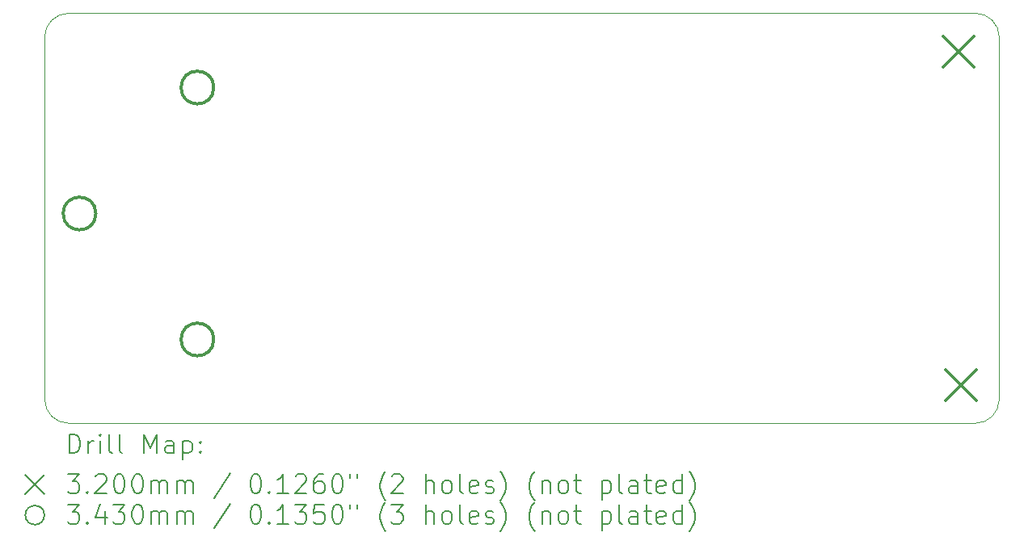
<source format=gbr>
%TF.GenerationSoftware,KiCad,Pcbnew,9.0.0*%
%TF.CreationDate,2025-04-17T12:04:56-07:00*%
%TF.ProjectId,BSPD,42535044-2e6b-4696-9361-645f70636258,rev?*%
%TF.SameCoordinates,Original*%
%TF.FileFunction,Drillmap*%
%TF.FilePolarity,Positive*%
%FSLAX45Y45*%
G04 Gerber Fmt 4.5, Leading zero omitted, Abs format (unit mm)*
G04 Created by KiCad (PCBNEW 9.0.0) date 2025-04-17 12:04:56*
%MOMM*%
%LPD*%
G01*
G04 APERTURE LIST*
%ADD10C,0.050000*%
%ADD11C,0.200000*%
%ADD12C,0.320000*%
%ADD13C,0.343000*%
G04 APERTURE END LIST*
D10*
X13650000Y-13200000D02*
X4150000Y-13200000D01*
X13900000Y-12950000D02*
G75*
G02*
X13650000Y-13200000I-250000J0D01*
G01*
X4150000Y-13200000D02*
G75*
G02*
X3900000Y-12950000I0J250000D01*
G01*
X4150000Y-8900000D02*
X13650000Y-8900000D01*
X13900000Y-9150000D02*
X13900000Y-12950000D01*
X3900000Y-12950000D02*
X3900000Y-9150000D01*
X3900000Y-9150000D02*
G75*
G02*
X4150000Y-8900000I250000J0D01*
G01*
X13650000Y-8900000D02*
G75*
G02*
X13900000Y-9150000I0J-250000D01*
G01*
D11*
D12*
X13315000Y-9140000D02*
X13635000Y-9460000D01*
X13635000Y-9140000D02*
X13315000Y-9460000D01*
X13340000Y-12640000D02*
X13660000Y-12960000D01*
X13660000Y-12640000D02*
X13340000Y-12960000D01*
D13*
X4436500Y-11000000D02*
G75*
G02*
X4093500Y-11000000I-171500J0D01*
G01*
X4093500Y-11000000D02*
G75*
G02*
X4436500Y-11000000I171500J0D01*
G01*
X5671500Y-9679000D02*
G75*
G02*
X5328500Y-9679000I-171500J0D01*
G01*
X5328500Y-9679000D02*
G75*
G02*
X5671500Y-9679000I171500J0D01*
G01*
X5671500Y-12321000D02*
G75*
G02*
X5328500Y-12321000I-171500J0D01*
G01*
X5328500Y-12321000D02*
G75*
G02*
X5671500Y-12321000I171500J0D01*
G01*
D11*
X4158277Y-13513984D02*
X4158277Y-13313984D01*
X4158277Y-13313984D02*
X4205896Y-13313984D01*
X4205896Y-13313984D02*
X4234467Y-13323508D01*
X4234467Y-13323508D02*
X4253515Y-13342555D01*
X4253515Y-13342555D02*
X4263039Y-13361603D01*
X4263039Y-13361603D02*
X4272563Y-13399698D01*
X4272563Y-13399698D02*
X4272563Y-13428269D01*
X4272563Y-13428269D02*
X4263039Y-13466365D01*
X4263039Y-13466365D02*
X4253515Y-13485412D01*
X4253515Y-13485412D02*
X4234467Y-13504460D01*
X4234467Y-13504460D02*
X4205896Y-13513984D01*
X4205896Y-13513984D02*
X4158277Y-13513984D01*
X4358277Y-13513984D02*
X4358277Y-13380650D01*
X4358277Y-13418746D02*
X4367801Y-13399698D01*
X4367801Y-13399698D02*
X4377324Y-13390174D01*
X4377324Y-13390174D02*
X4396372Y-13380650D01*
X4396372Y-13380650D02*
X4415420Y-13380650D01*
X4482086Y-13513984D02*
X4482086Y-13380650D01*
X4482086Y-13313984D02*
X4472563Y-13323508D01*
X4472563Y-13323508D02*
X4482086Y-13333031D01*
X4482086Y-13333031D02*
X4491610Y-13323508D01*
X4491610Y-13323508D02*
X4482086Y-13313984D01*
X4482086Y-13313984D02*
X4482086Y-13333031D01*
X4605896Y-13513984D02*
X4586848Y-13504460D01*
X4586848Y-13504460D02*
X4577324Y-13485412D01*
X4577324Y-13485412D02*
X4577324Y-13313984D01*
X4710658Y-13513984D02*
X4691610Y-13504460D01*
X4691610Y-13504460D02*
X4682086Y-13485412D01*
X4682086Y-13485412D02*
X4682086Y-13313984D01*
X4939229Y-13513984D02*
X4939229Y-13313984D01*
X4939229Y-13313984D02*
X5005896Y-13456841D01*
X5005896Y-13456841D02*
X5072563Y-13313984D01*
X5072563Y-13313984D02*
X5072563Y-13513984D01*
X5253515Y-13513984D02*
X5253515Y-13409222D01*
X5253515Y-13409222D02*
X5243991Y-13390174D01*
X5243991Y-13390174D02*
X5224944Y-13380650D01*
X5224944Y-13380650D02*
X5186848Y-13380650D01*
X5186848Y-13380650D02*
X5167801Y-13390174D01*
X5253515Y-13504460D02*
X5234467Y-13513984D01*
X5234467Y-13513984D02*
X5186848Y-13513984D01*
X5186848Y-13513984D02*
X5167801Y-13504460D01*
X5167801Y-13504460D02*
X5158277Y-13485412D01*
X5158277Y-13485412D02*
X5158277Y-13466365D01*
X5158277Y-13466365D02*
X5167801Y-13447317D01*
X5167801Y-13447317D02*
X5186848Y-13437793D01*
X5186848Y-13437793D02*
X5234467Y-13437793D01*
X5234467Y-13437793D02*
X5253515Y-13428269D01*
X5348753Y-13380650D02*
X5348753Y-13580650D01*
X5348753Y-13390174D02*
X5367801Y-13380650D01*
X5367801Y-13380650D02*
X5405896Y-13380650D01*
X5405896Y-13380650D02*
X5424944Y-13390174D01*
X5424944Y-13390174D02*
X5434467Y-13399698D01*
X5434467Y-13399698D02*
X5443991Y-13418746D01*
X5443991Y-13418746D02*
X5443991Y-13475888D01*
X5443991Y-13475888D02*
X5434467Y-13494936D01*
X5434467Y-13494936D02*
X5424944Y-13504460D01*
X5424944Y-13504460D02*
X5405896Y-13513984D01*
X5405896Y-13513984D02*
X5367801Y-13513984D01*
X5367801Y-13513984D02*
X5348753Y-13504460D01*
X5529705Y-13494936D02*
X5539229Y-13504460D01*
X5539229Y-13504460D02*
X5529705Y-13513984D01*
X5529705Y-13513984D02*
X5520182Y-13504460D01*
X5520182Y-13504460D02*
X5529705Y-13494936D01*
X5529705Y-13494936D02*
X5529705Y-13513984D01*
X5529705Y-13390174D02*
X5539229Y-13399698D01*
X5539229Y-13399698D02*
X5529705Y-13409222D01*
X5529705Y-13409222D02*
X5520182Y-13399698D01*
X5520182Y-13399698D02*
X5529705Y-13390174D01*
X5529705Y-13390174D02*
X5529705Y-13409222D01*
X3697500Y-13742500D02*
X3897500Y-13942500D01*
X3897500Y-13742500D02*
X3697500Y-13942500D01*
X4139229Y-13733984D02*
X4263039Y-13733984D01*
X4263039Y-13733984D02*
X4196372Y-13810174D01*
X4196372Y-13810174D02*
X4224944Y-13810174D01*
X4224944Y-13810174D02*
X4243991Y-13819698D01*
X4243991Y-13819698D02*
X4253515Y-13829222D01*
X4253515Y-13829222D02*
X4263039Y-13848269D01*
X4263039Y-13848269D02*
X4263039Y-13895888D01*
X4263039Y-13895888D02*
X4253515Y-13914936D01*
X4253515Y-13914936D02*
X4243991Y-13924460D01*
X4243991Y-13924460D02*
X4224944Y-13933984D01*
X4224944Y-13933984D02*
X4167801Y-13933984D01*
X4167801Y-13933984D02*
X4148753Y-13924460D01*
X4148753Y-13924460D02*
X4139229Y-13914936D01*
X4348753Y-13914936D02*
X4358277Y-13924460D01*
X4358277Y-13924460D02*
X4348753Y-13933984D01*
X4348753Y-13933984D02*
X4339229Y-13924460D01*
X4339229Y-13924460D02*
X4348753Y-13914936D01*
X4348753Y-13914936D02*
X4348753Y-13933984D01*
X4434467Y-13753031D02*
X4443991Y-13743508D01*
X4443991Y-13743508D02*
X4463039Y-13733984D01*
X4463039Y-13733984D02*
X4510658Y-13733984D01*
X4510658Y-13733984D02*
X4529705Y-13743508D01*
X4529705Y-13743508D02*
X4539229Y-13753031D01*
X4539229Y-13753031D02*
X4548753Y-13772079D01*
X4548753Y-13772079D02*
X4548753Y-13791127D01*
X4548753Y-13791127D02*
X4539229Y-13819698D01*
X4539229Y-13819698D02*
X4424944Y-13933984D01*
X4424944Y-13933984D02*
X4548753Y-13933984D01*
X4672563Y-13733984D02*
X4691610Y-13733984D01*
X4691610Y-13733984D02*
X4710658Y-13743508D01*
X4710658Y-13743508D02*
X4720182Y-13753031D01*
X4720182Y-13753031D02*
X4729705Y-13772079D01*
X4729705Y-13772079D02*
X4739229Y-13810174D01*
X4739229Y-13810174D02*
X4739229Y-13857793D01*
X4739229Y-13857793D02*
X4729705Y-13895888D01*
X4729705Y-13895888D02*
X4720182Y-13914936D01*
X4720182Y-13914936D02*
X4710658Y-13924460D01*
X4710658Y-13924460D02*
X4691610Y-13933984D01*
X4691610Y-13933984D02*
X4672563Y-13933984D01*
X4672563Y-13933984D02*
X4653515Y-13924460D01*
X4653515Y-13924460D02*
X4643991Y-13914936D01*
X4643991Y-13914936D02*
X4634467Y-13895888D01*
X4634467Y-13895888D02*
X4624944Y-13857793D01*
X4624944Y-13857793D02*
X4624944Y-13810174D01*
X4624944Y-13810174D02*
X4634467Y-13772079D01*
X4634467Y-13772079D02*
X4643991Y-13753031D01*
X4643991Y-13753031D02*
X4653515Y-13743508D01*
X4653515Y-13743508D02*
X4672563Y-13733984D01*
X4863039Y-13733984D02*
X4882086Y-13733984D01*
X4882086Y-13733984D02*
X4901134Y-13743508D01*
X4901134Y-13743508D02*
X4910658Y-13753031D01*
X4910658Y-13753031D02*
X4920182Y-13772079D01*
X4920182Y-13772079D02*
X4929705Y-13810174D01*
X4929705Y-13810174D02*
X4929705Y-13857793D01*
X4929705Y-13857793D02*
X4920182Y-13895888D01*
X4920182Y-13895888D02*
X4910658Y-13914936D01*
X4910658Y-13914936D02*
X4901134Y-13924460D01*
X4901134Y-13924460D02*
X4882086Y-13933984D01*
X4882086Y-13933984D02*
X4863039Y-13933984D01*
X4863039Y-13933984D02*
X4843991Y-13924460D01*
X4843991Y-13924460D02*
X4834467Y-13914936D01*
X4834467Y-13914936D02*
X4824944Y-13895888D01*
X4824944Y-13895888D02*
X4815420Y-13857793D01*
X4815420Y-13857793D02*
X4815420Y-13810174D01*
X4815420Y-13810174D02*
X4824944Y-13772079D01*
X4824944Y-13772079D02*
X4834467Y-13753031D01*
X4834467Y-13753031D02*
X4843991Y-13743508D01*
X4843991Y-13743508D02*
X4863039Y-13733984D01*
X5015420Y-13933984D02*
X5015420Y-13800650D01*
X5015420Y-13819698D02*
X5024944Y-13810174D01*
X5024944Y-13810174D02*
X5043991Y-13800650D01*
X5043991Y-13800650D02*
X5072563Y-13800650D01*
X5072563Y-13800650D02*
X5091610Y-13810174D01*
X5091610Y-13810174D02*
X5101134Y-13829222D01*
X5101134Y-13829222D02*
X5101134Y-13933984D01*
X5101134Y-13829222D02*
X5110658Y-13810174D01*
X5110658Y-13810174D02*
X5129705Y-13800650D01*
X5129705Y-13800650D02*
X5158277Y-13800650D01*
X5158277Y-13800650D02*
X5177325Y-13810174D01*
X5177325Y-13810174D02*
X5186848Y-13829222D01*
X5186848Y-13829222D02*
X5186848Y-13933984D01*
X5282086Y-13933984D02*
X5282086Y-13800650D01*
X5282086Y-13819698D02*
X5291610Y-13810174D01*
X5291610Y-13810174D02*
X5310658Y-13800650D01*
X5310658Y-13800650D02*
X5339229Y-13800650D01*
X5339229Y-13800650D02*
X5358277Y-13810174D01*
X5358277Y-13810174D02*
X5367801Y-13829222D01*
X5367801Y-13829222D02*
X5367801Y-13933984D01*
X5367801Y-13829222D02*
X5377325Y-13810174D01*
X5377325Y-13810174D02*
X5396372Y-13800650D01*
X5396372Y-13800650D02*
X5424944Y-13800650D01*
X5424944Y-13800650D02*
X5443991Y-13810174D01*
X5443991Y-13810174D02*
X5453515Y-13829222D01*
X5453515Y-13829222D02*
X5453515Y-13933984D01*
X5843991Y-13724460D02*
X5672563Y-13981603D01*
X6101134Y-13733984D02*
X6120182Y-13733984D01*
X6120182Y-13733984D02*
X6139229Y-13743508D01*
X6139229Y-13743508D02*
X6148753Y-13753031D01*
X6148753Y-13753031D02*
X6158277Y-13772079D01*
X6158277Y-13772079D02*
X6167801Y-13810174D01*
X6167801Y-13810174D02*
X6167801Y-13857793D01*
X6167801Y-13857793D02*
X6158277Y-13895888D01*
X6158277Y-13895888D02*
X6148753Y-13914936D01*
X6148753Y-13914936D02*
X6139229Y-13924460D01*
X6139229Y-13924460D02*
X6120182Y-13933984D01*
X6120182Y-13933984D02*
X6101134Y-13933984D01*
X6101134Y-13933984D02*
X6082086Y-13924460D01*
X6082086Y-13924460D02*
X6072563Y-13914936D01*
X6072563Y-13914936D02*
X6063039Y-13895888D01*
X6063039Y-13895888D02*
X6053515Y-13857793D01*
X6053515Y-13857793D02*
X6053515Y-13810174D01*
X6053515Y-13810174D02*
X6063039Y-13772079D01*
X6063039Y-13772079D02*
X6072563Y-13753031D01*
X6072563Y-13753031D02*
X6082086Y-13743508D01*
X6082086Y-13743508D02*
X6101134Y-13733984D01*
X6253515Y-13914936D02*
X6263039Y-13924460D01*
X6263039Y-13924460D02*
X6253515Y-13933984D01*
X6253515Y-13933984D02*
X6243991Y-13924460D01*
X6243991Y-13924460D02*
X6253515Y-13914936D01*
X6253515Y-13914936D02*
X6253515Y-13933984D01*
X6453515Y-13933984D02*
X6339229Y-13933984D01*
X6396372Y-13933984D02*
X6396372Y-13733984D01*
X6396372Y-13733984D02*
X6377325Y-13762555D01*
X6377325Y-13762555D02*
X6358277Y-13781603D01*
X6358277Y-13781603D02*
X6339229Y-13791127D01*
X6529706Y-13753031D02*
X6539229Y-13743508D01*
X6539229Y-13743508D02*
X6558277Y-13733984D01*
X6558277Y-13733984D02*
X6605896Y-13733984D01*
X6605896Y-13733984D02*
X6624944Y-13743508D01*
X6624944Y-13743508D02*
X6634467Y-13753031D01*
X6634467Y-13753031D02*
X6643991Y-13772079D01*
X6643991Y-13772079D02*
X6643991Y-13791127D01*
X6643991Y-13791127D02*
X6634467Y-13819698D01*
X6634467Y-13819698D02*
X6520182Y-13933984D01*
X6520182Y-13933984D02*
X6643991Y-13933984D01*
X6815420Y-13733984D02*
X6777325Y-13733984D01*
X6777325Y-13733984D02*
X6758277Y-13743508D01*
X6758277Y-13743508D02*
X6748753Y-13753031D01*
X6748753Y-13753031D02*
X6729706Y-13781603D01*
X6729706Y-13781603D02*
X6720182Y-13819698D01*
X6720182Y-13819698D02*
X6720182Y-13895888D01*
X6720182Y-13895888D02*
X6729706Y-13914936D01*
X6729706Y-13914936D02*
X6739229Y-13924460D01*
X6739229Y-13924460D02*
X6758277Y-13933984D01*
X6758277Y-13933984D02*
X6796372Y-13933984D01*
X6796372Y-13933984D02*
X6815420Y-13924460D01*
X6815420Y-13924460D02*
X6824944Y-13914936D01*
X6824944Y-13914936D02*
X6834467Y-13895888D01*
X6834467Y-13895888D02*
X6834467Y-13848269D01*
X6834467Y-13848269D02*
X6824944Y-13829222D01*
X6824944Y-13829222D02*
X6815420Y-13819698D01*
X6815420Y-13819698D02*
X6796372Y-13810174D01*
X6796372Y-13810174D02*
X6758277Y-13810174D01*
X6758277Y-13810174D02*
X6739229Y-13819698D01*
X6739229Y-13819698D02*
X6729706Y-13829222D01*
X6729706Y-13829222D02*
X6720182Y-13848269D01*
X6958277Y-13733984D02*
X6977325Y-13733984D01*
X6977325Y-13733984D02*
X6996372Y-13743508D01*
X6996372Y-13743508D02*
X7005896Y-13753031D01*
X7005896Y-13753031D02*
X7015420Y-13772079D01*
X7015420Y-13772079D02*
X7024944Y-13810174D01*
X7024944Y-13810174D02*
X7024944Y-13857793D01*
X7024944Y-13857793D02*
X7015420Y-13895888D01*
X7015420Y-13895888D02*
X7005896Y-13914936D01*
X7005896Y-13914936D02*
X6996372Y-13924460D01*
X6996372Y-13924460D02*
X6977325Y-13933984D01*
X6977325Y-13933984D02*
X6958277Y-13933984D01*
X6958277Y-13933984D02*
X6939229Y-13924460D01*
X6939229Y-13924460D02*
X6929706Y-13914936D01*
X6929706Y-13914936D02*
X6920182Y-13895888D01*
X6920182Y-13895888D02*
X6910658Y-13857793D01*
X6910658Y-13857793D02*
X6910658Y-13810174D01*
X6910658Y-13810174D02*
X6920182Y-13772079D01*
X6920182Y-13772079D02*
X6929706Y-13753031D01*
X6929706Y-13753031D02*
X6939229Y-13743508D01*
X6939229Y-13743508D02*
X6958277Y-13733984D01*
X7101134Y-13733984D02*
X7101134Y-13772079D01*
X7177325Y-13733984D02*
X7177325Y-13772079D01*
X7472563Y-14010174D02*
X7463039Y-14000650D01*
X7463039Y-14000650D02*
X7443991Y-13972079D01*
X7443991Y-13972079D02*
X7434468Y-13953031D01*
X7434468Y-13953031D02*
X7424944Y-13924460D01*
X7424944Y-13924460D02*
X7415420Y-13876841D01*
X7415420Y-13876841D02*
X7415420Y-13838746D01*
X7415420Y-13838746D02*
X7424944Y-13791127D01*
X7424944Y-13791127D02*
X7434468Y-13762555D01*
X7434468Y-13762555D02*
X7443991Y-13743508D01*
X7443991Y-13743508D02*
X7463039Y-13714936D01*
X7463039Y-13714936D02*
X7472563Y-13705412D01*
X7539229Y-13753031D02*
X7548753Y-13743508D01*
X7548753Y-13743508D02*
X7567801Y-13733984D01*
X7567801Y-13733984D02*
X7615420Y-13733984D01*
X7615420Y-13733984D02*
X7634468Y-13743508D01*
X7634468Y-13743508D02*
X7643991Y-13753031D01*
X7643991Y-13753031D02*
X7653515Y-13772079D01*
X7653515Y-13772079D02*
X7653515Y-13791127D01*
X7653515Y-13791127D02*
X7643991Y-13819698D01*
X7643991Y-13819698D02*
X7529706Y-13933984D01*
X7529706Y-13933984D02*
X7653515Y-13933984D01*
X7891610Y-13933984D02*
X7891610Y-13733984D01*
X7977325Y-13933984D02*
X7977325Y-13829222D01*
X7977325Y-13829222D02*
X7967801Y-13810174D01*
X7967801Y-13810174D02*
X7948753Y-13800650D01*
X7948753Y-13800650D02*
X7920182Y-13800650D01*
X7920182Y-13800650D02*
X7901134Y-13810174D01*
X7901134Y-13810174D02*
X7891610Y-13819698D01*
X8101134Y-13933984D02*
X8082087Y-13924460D01*
X8082087Y-13924460D02*
X8072563Y-13914936D01*
X8072563Y-13914936D02*
X8063039Y-13895888D01*
X8063039Y-13895888D02*
X8063039Y-13838746D01*
X8063039Y-13838746D02*
X8072563Y-13819698D01*
X8072563Y-13819698D02*
X8082087Y-13810174D01*
X8082087Y-13810174D02*
X8101134Y-13800650D01*
X8101134Y-13800650D02*
X8129706Y-13800650D01*
X8129706Y-13800650D02*
X8148753Y-13810174D01*
X8148753Y-13810174D02*
X8158277Y-13819698D01*
X8158277Y-13819698D02*
X8167801Y-13838746D01*
X8167801Y-13838746D02*
X8167801Y-13895888D01*
X8167801Y-13895888D02*
X8158277Y-13914936D01*
X8158277Y-13914936D02*
X8148753Y-13924460D01*
X8148753Y-13924460D02*
X8129706Y-13933984D01*
X8129706Y-13933984D02*
X8101134Y-13933984D01*
X8282087Y-13933984D02*
X8263039Y-13924460D01*
X8263039Y-13924460D02*
X8253515Y-13905412D01*
X8253515Y-13905412D02*
X8253515Y-13733984D01*
X8434468Y-13924460D02*
X8415420Y-13933984D01*
X8415420Y-13933984D02*
X8377325Y-13933984D01*
X8377325Y-13933984D02*
X8358277Y-13924460D01*
X8358277Y-13924460D02*
X8348753Y-13905412D01*
X8348753Y-13905412D02*
X8348753Y-13829222D01*
X8348753Y-13829222D02*
X8358277Y-13810174D01*
X8358277Y-13810174D02*
X8377325Y-13800650D01*
X8377325Y-13800650D02*
X8415420Y-13800650D01*
X8415420Y-13800650D02*
X8434468Y-13810174D01*
X8434468Y-13810174D02*
X8443992Y-13829222D01*
X8443992Y-13829222D02*
X8443992Y-13848269D01*
X8443992Y-13848269D02*
X8348753Y-13867317D01*
X8520182Y-13924460D02*
X8539230Y-13933984D01*
X8539230Y-13933984D02*
X8577325Y-13933984D01*
X8577325Y-13933984D02*
X8596373Y-13924460D01*
X8596373Y-13924460D02*
X8605896Y-13905412D01*
X8605896Y-13905412D02*
X8605896Y-13895888D01*
X8605896Y-13895888D02*
X8596373Y-13876841D01*
X8596373Y-13876841D02*
X8577325Y-13867317D01*
X8577325Y-13867317D02*
X8548753Y-13867317D01*
X8548753Y-13867317D02*
X8529706Y-13857793D01*
X8529706Y-13857793D02*
X8520182Y-13838746D01*
X8520182Y-13838746D02*
X8520182Y-13829222D01*
X8520182Y-13829222D02*
X8529706Y-13810174D01*
X8529706Y-13810174D02*
X8548753Y-13800650D01*
X8548753Y-13800650D02*
X8577325Y-13800650D01*
X8577325Y-13800650D02*
X8596373Y-13810174D01*
X8672563Y-14010174D02*
X8682087Y-14000650D01*
X8682087Y-14000650D02*
X8701134Y-13972079D01*
X8701134Y-13972079D02*
X8710658Y-13953031D01*
X8710658Y-13953031D02*
X8720182Y-13924460D01*
X8720182Y-13924460D02*
X8729706Y-13876841D01*
X8729706Y-13876841D02*
X8729706Y-13838746D01*
X8729706Y-13838746D02*
X8720182Y-13791127D01*
X8720182Y-13791127D02*
X8710658Y-13762555D01*
X8710658Y-13762555D02*
X8701134Y-13743508D01*
X8701134Y-13743508D02*
X8682087Y-13714936D01*
X8682087Y-13714936D02*
X8672563Y-13705412D01*
X9034468Y-14010174D02*
X9024944Y-14000650D01*
X9024944Y-14000650D02*
X9005896Y-13972079D01*
X9005896Y-13972079D02*
X8996373Y-13953031D01*
X8996373Y-13953031D02*
X8986849Y-13924460D01*
X8986849Y-13924460D02*
X8977325Y-13876841D01*
X8977325Y-13876841D02*
X8977325Y-13838746D01*
X8977325Y-13838746D02*
X8986849Y-13791127D01*
X8986849Y-13791127D02*
X8996373Y-13762555D01*
X8996373Y-13762555D02*
X9005896Y-13743508D01*
X9005896Y-13743508D02*
X9024944Y-13714936D01*
X9024944Y-13714936D02*
X9034468Y-13705412D01*
X9110658Y-13800650D02*
X9110658Y-13933984D01*
X9110658Y-13819698D02*
X9120182Y-13810174D01*
X9120182Y-13810174D02*
X9139230Y-13800650D01*
X9139230Y-13800650D02*
X9167801Y-13800650D01*
X9167801Y-13800650D02*
X9186849Y-13810174D01*
X9186849Y-13810174D02*
X9196373Y-13829222D01*
X9196373Y-13829222D02*
X9196373Y-13933984D01*
X9320182Y-13933984D02*
X9301134Y-13924460D01*
X9301134Y-13924460D02*
X9291611Y-13914936D01*
X9291611Y-13914936D02*
X9282087Y-13895888D01*
X9282087Y-13895888D02*
X9282087Y-13838746D01*
X9282087Y-13838746D02*
X9291611Y-13819698D01*
X9291611Y-13819698D02*
X9301134Y-13810174D01*
X9301134Y-13810174D02*
X9320182Y-13800650D01*
X9320182Y-13800650D02*
X9348754Y-13800650D01*
X9348754Y-13800650D02*
X9367801Y-13810174D01*
X9367801Y-13810174D02*
X9377325Y-13819698D01*
X9377325Y-13819698D02*
X9386849Y-13838746D01*
X9386849Y-13838746D02*
X9386849Y-13895888D01*
X9386849Y-13895888D02*
X9377325Y-13914936D01*
X9377325Y-13914936D02*
X9367801Y-13924460D01*
X9367801Y-13924460D02*
X9348754Y-13933984D01*
X9348754Y-13933984D02*
X9320182Y-13933984D01*
X9443992Y-13800650D02*
X9520182Y-13800650D01*
X9472563Y-13733984D02*
X9472563Y-13905412D01*
X9472563Y-13905412D02*
X9482087Y-13924460D01*
X9482087Y-13924460D02*
X9501134Y-13933984D01*
X9501134Y-13933984D02*
X9520182Y-13933984D01*
X9739230Y-13800650D02*
X9739230Y-14000650D01*
X9739230Y-13810174D02*
X9758277Y-13800650D01*
X9758277Y-13800650D02*
X9796373Y-13800650D01*
X9796373Y-13800650D02*
X9815420Y-13810174D01*
X9815420Y-13810174D02*
X9824944Y-13819698D01*
X9824944Y-13819698D02*
X9834468Y-13838746D01*
X9834468Y-13838746D02*
X9834468Y-13895888D01*
X9834468Y-13895888D02*
X9824944Y-13914936D01*
X9824944Y-13914936D02*
X9815420Y-13924460D01*
X9815420Y-13924460D02*
X9796373Y-13933984D01*
X9796373Y-13933984D02*
X9758277Y-13933984D01*
X9758277Y-13933984D02*
X9739230Y-13924460D01*
X9948754Y-13933984D02*
X9929706Y-13924460D01*
X9929706Y-13924460D02*
X9920182Y-13905412D01*
X9920182Y-13905412D02*
X9920182Y-13733984D01*
X10110658Y-13933984D02*
X10110658Y-13829222D01*
X10110658Y-13829222D02*
X10101135Y-13810174D01*
X10101135Y-13810174D02*
X10082087Y-13800650D01*
X10082087Y-13800650D02*
X10043992Y-13800650D01*
X10043992Y-13800650D02*
X10024944Y-13810174D01*
X10110658Y-13924460D02*
X10091611Y-13933984D01*
X10091611Y-13933984D02*
X10043992Y-13933984D01*
X10043992Y-13933984D02*
X10024944Y-13924460D01*
X10024944Y-13924460D02*
X10015420Y-13905412D01*
X10015420Y-13905412D02*
X10015420Y-13886365D01*
X10015420Y-13886365D02*
X10024944Y-13867317D01*
X10024944Y-13867317D02*
X10043992Y-13857793D01*
X10043992Y-13857793D02*
X10091611Y-13857793D01*
X10091611Y-13857793D02*
X10110658Y-13848269D01*
X10177325Y-13800650D02*
X10253515Y-13800650D01*
X10205896Y-13733984D02*
X10205896Y-13905412D01*
X10205896Y-13905412D02*
X10215420Y-13924460D01*
X10215420Y-13924460D02*
X10234468Y-13933984D01*
X10234468Y-13933984D02*
X10253515Y-13933984D01*
X10396373Y-13924460D02*
X10377325Y-13933984D01*
X10377325Y-13933984D02*
X10339230Y-13933984D01*
X10339230Y-13933984D02*
X10320182Y-13924460D01*
X10320182Y-13924460D02*
X10310658Y-13905412D01*
X10310658Y-13905412D02*
X10310658Y-13829222D01*
X10310658Y-13829222D02*
X10320182Y-13810174D01*
X10320182Y-13810174D02*
X10339230Y-13800650D01*
X10339230Y-13800650D02*
X10377325Y-13800650D01*
X10377325Y-13800650D02*
X10396373Y-13810174D01*
X10396373Y-13810174D02*
X10405896Y-13829222D01*
X10405896Y-13829222D02*
X10405896Y-13848269D01*
X10405896Y-13848269D02*
X10310658Y-13867317D01*
X10577325Y-13933984D02*
X10577325Y-13733984D01*
X10577325Y-13924460D02*
X10558277Y-13933984D01*
X10558277Y-13933984D02*
X10520182Y-13933984D01*
X10520182Y-13933984D02*
X10501135Y-13924460D01*
X10501135Y-13924460D02*
X10491611Y-13914936D01*
X10491611Y-13914936D02*
X10482087Y-13895888D01*
X10482087Y-13895888D02*
X10482087Y-13838746D01*
X10482087Y-13838746D02*
X10491611Y-13819698D01*
X10491611Y-13819698D02*
X10501135Y-13810174D01*
X10501135Y-13810174D02*
X10520182Y-13800650D01*
X10520182Y-13800650D02*
X10558277Y-13800650D01*
X10558277Y-13800650D02*
X10577325Y-13810174D01*
X10653516Y-14010174D02*
X10663039Y-14000650D01*
X10663039Y-14000650D02*
X10682087Y-13972079D01*
X10682087Y-13972079D02*
X10691611Y-13953031D01*
X10691611Y-13953031D02*
X10701135Y-13924460D01*
X10701135Y-13924460D02*
X10710658Y-13876841D01*
X10710658Y-13876841D02*
X10710658Y-13838746D01*
X10710658Y-13838746D02*
X10701135Y-13791127D01*
X10701135Y-13791127D02*
X10691611Y-13762555D01*
X10691611Y-13762555D02*
X10682087Y-13743508D01*
X10682087Y-13743508D02*
X10663039Y-13714936D01*
X10663039Y-13714936D02*
X10653516Y-13705412D01*
X3897500Y-14162500D02*
G75*
G02*
X3697500Y-14162500I-100000J0D01*
G01*
X3697500Y-14162500D02*
G75*
G02*
X3897500Y-14162500I100000J0D01*
G01*
X4139229Y-14053984D02*
X4263039Y-14053984D01*
X4263039Y-14053984D02*
X4196372Y-14130174D01*
X4196372Y-14130174D02*
X4224944Y-14130174D01*
X4224944Y-14130174D02*
X4243991Y-14139698D01*
X4243991Y-14139698D02*
X4253515Y-14149222D01*
X4253515Y-14149222D02*
X4263039Y-14168269D01*
X4263039Y-14168269D02*
X4263039Y-14215888D01*
X4263039Y-14215888D02*
X4253515Y-14234936D01*
X4253515Y-14234936D02*
X4243991Y-14244460D01*
X4243991Y-14244460D02*
X4224944Y-14253984D01*
X4224944Y-14253984D02*
X4167801Y-14253984D01*
X4167801Y-14253984D02*
X4148753Y-14244460D01*
X4148753Y-14244460D02*
X4139229Y-14234936D01*
X4348753Y-14234936D02*
X4358277Y-14244460D01*
X4358277Y-14244460D02*
X4348753Y-14253984D01*
X4348753Y-14253984D02*
X4339229Y-14244460D01*
X4339229Y-14244460D02*
X4348753Y-14234936D01*
X4348753Y-14234936D02*
X4348753Y-14253984D01*
X4529705Y-14120650D02*
X4529705Y-14253984D01*
X4482086Y-14044460D02*
X4434467Y-14187317D01*
X4434467Y-14187317D02*
X4558277Y-14187317D01*
X4615420Y-14053984D02*
X4739229Y-14053984D01*
X4739229Y-14053984D02*
X4672563Y-14130174D01*
X4672563Y-14130174D02*
X4701134Y-14130174D01*
X4701134Y-14130174D02*
X4720182Y-14139698D01*
X4720182Y-14139698D02*
X4729705Y-14149222D01*
X4729705Y-14149222D02*
X4739229Y-14168269D01*
X4739229Y-14168269D02*
X4739229Y-14215888D01*
X4739229Y-14215888D02*
X4729705Y-14234936D01*
X4729705Y-14234936D02*
X4720182Y-14244460D01*
X4720182Y-14244460D02*
X4701134Y-14253984D01*
X4701134Y-14253984D02*
X4643991Y-14253984D01*
X4643991Y-14253984D02*
X4624944Y-14244460D01*
X4624944Y-14244460D02*
X4615420Y-14234936D01*
X4863039Y-14053984D02*
X4882086Y-14053984D01*
X4882086Y-14053984D02*
X4901134Y-14063508D01*
X4901134Y-14063508D02*
X4910658Y-14073031D01*
X4910658Y-14073031D02*
X4920182Y-14092079D01*
X4920182Y-14092079D02*
X4929705Y-14130174D01*
X4929705Y-14130174D02*
X4929705Y-14177793D01*
X4929705Y-14177793D02*
X4920182Y-14215888D01*
X4920182Y-14215888D02*
X4910658Y-14234936D01*
X4910658Y-14234936D02*
X4901134Y-14244460D01*
X4901134Y-14244460D02*
X4882086Y-14253984D01*
X4882086Y-14253984D02*
X4863039Y-14253984D01*
X4863039Y-14253984D02*
X4843991Y-14244460D01*
X4843991Y-14244460D02*
X4834467Y-14234936D01*
X4834467Y-14234936D02*
X4824944Y-14215888D01*
X4824944Y-14215888D02*
X4815420Y-14177793D01*
X4815420Y-14177793D02*
X4815420Y-14130174D01*
X4815420Y-14130174D02*
X4824944Y-14092079D01*
X4824944Y-14092079D02*
X4834467Y-14073031D01*
X4834467Y-14073031D02*
X4843991Y-14063508D01*
X4843991Y-14063508D02*
X4863039Y-14053984D01*
X5015420Y-14253984D02*
X5015420Y-14120650D01*
X5015420Y-14139698D02*
X5024944Y-14130174D01*
X5024944Y-14130174D02*
X5043991Y-14120650D01*
X5043991Y-14120650D02*
X5072563Y-14120650D01*
X5072563Y-14120650D02*
X5091610Y-14130174D01*
X5091610Y-14130174D02*
X5101134Y-14149222D01*
X5101134Y-14149222D02*
X5101134Y-14253984D01*
X5101134Y-14149222D02*
X5110658Y-14130174D01*
X5110658Y-14130174D02*
X5129705Y-14120650D01*
X5129705Y-14120650D02*
X5158277Y-14120650D01*
X5158277Y-14120650D02*
X5177325Y-14130174D01*
X5177325Y-14130174D02*
X5186848Y-14149222D01*
X5186848Y-14149222D02*
X5186848Y-14253984D01*
X5282086Y-14253984D02*
X5282086Y-14120650D01*
X5282086Y-14139698D02*
X5291610Y-14130174D01*
X5291610Y-14130174D02*
X5310658Y-14120650D01*
X5310658Y-14120650D02*
X5339229Y-14120650D01*
X5339229Y-14120650D02*
X5358277Y-14130174D01*
X5358277Y-14130174D02*
X5367801Y-14149222D01*
X5367801Y-14149222D02*
X5367801Y-14253984D01*
X5367801Y-14149222D02*
X5377325Y-14130174D01*
X5377325Y-14130174D02*
X5396372Y-14120650D01*
X5396372Y-14120650D02*
X5424944Y-14120650D01*
X5424944Y-14120650D02*
X5443991Y-14130174D01*
X5443991Y-14130174D02*
X5453515Y-14149222D01*
X5453515Y-14149222D02*
X5453515Y-14253984D01*
X5843991Y-14044460D02*
X5672563Y-14301603D01*
X6101134Y-14053984D02*
X6120182Y-14053984D01*
X6120182Y-14053984D02*
X6139229Y-14063508D01*
X6139229Y-14063508D02*
X6148753Y-14073031D01*
X6148753Y-14073031D02*
X6158277Y-14092079D01*
X6158277Y-14092079D02*
X6167801Y-14130174D01*
X6167801Y-14130174D02*
X6167801Y-14177793D01*
X6167801Y-14177793D02*
X6158277Y-14215888D01*
X6158277Y-14215888D02*
X6148753Y-14234936D01*
X6148753Y-14234936D02*
X6139229Y-14244460D01*
X6139229Y-14244460D02*
X6120182Y-14253984D01*
X6120182Y-14253984D02*
X6101134Y-14253984D01*
X6101134Y-14253984D02*
X6082086Y-14244460D01*
X6082086Y-14244460D02*
X6072563Y-14234936D01*
X6072563Y-14234936D02*
X6063039Y-14215888D01*
X6063039Y-14215888D02*
X6053515Y-14177793D01*
X6053515Y-14177793D02*
X6053515Y-14130174D01*
X6053515Y-14130174D02*
X6063039Y-14092079D01*
X6063039Y-14092079D02*
X6072563Y-14073031D01*
X6072563Y-14073031D02*
X6082086Y-14063508D01*
X6082086Y-14063508D02*
X6101134Y-14053984D01*
X6253515Y-14234936D02*
X6263039Y-14244460D01*
X6263039Y-14244460D02*
X6253515Y-14253984D01*
X6253515Y-14253984D02*
X6243991Y-14244460D01*
X6243991Y-14244460D02*
X6253515Y-14234936D01*
X6253515Y-14234936D02*
X6253515Y-14253984D01*
X6453515Y-14253984D02*
X6339229Y-14253984D01*
X6396372Y-14253984D02*
X6396372Y-14053984D01*
X6396372Y-14053984D02*
X6377325Y-14082555D01*
X6377325Y-14082555D02*
X6358277Y-14101603D01*
X6358277Y-14101603D02*
X6339229Y-14111127D01*
X6520182Y-14053984D02*
X6643991Y-14053984D01*
X6643991Y-14053984D02*
X6577325Y-14130174D01*
X6577325Y-14130174D02*
X6605896Y-14130174D01*
X6605896Y-14130174D02*
X6624944Y-14139698D01*
X6624944Y-14139698D02*
X6634467Y-14149222D01*
X6634467Y-14149222D02*
X6643991Y-14168269D01*
X6643991Y-14168269D02*
X6643991Y-14215888D01*
X6643991Y-14215888D02*
X6634467Y-14234936D01*
X6634467Y-14234936D02*
X6624944Y-14244460D01*
X6624944Y-14244460D02*
X6605896Y-14253984D01*
X6605896Y-14253984D02*
X6548753Y-14253984D01*
X6548753Y-14253984D02*
X6529706Y-14244460D01*
X6529706Y-14244460D02*
X6520182Y-14234936D01*
X6824944Y-14053984D02*
X6729706Y-14053984D01*
X6729706Y-14053984D02*
X6720182Y-14149222D01*
X6720182Y-14149222D02*
X6729706Y-14139698D01*
X6729706Y-14139698D02*
X6748753Y-14130174D01*
X6748753Y-14130174D02*
X6796372Y-14130174D01*
X6796372Y-14130174D02*
X6815420Y-14139698D01*
X6815420Y-14139698D02*
X6824944Y-14149222D01*
X6824944Y-14149222D02*
X6834467Y-14168269D01*
X6834467Y-14168269D02*
X6834467Y-14215888D01*
X6834467Y-14215888D02*
X6824944Y-14234936D01*
X6824944Y-14234936D02*
X6815420Y-14244460D01*
X6815420Y-14244460D02*
X6796372Y-14253984D01*
X6796372Y-14253984D02*
X6748753Y-14253984D01*
X6748753Y-14253984D02*
X6729706Y-14244460D01*
X6729706Y-14244460D02*
X6720182Y-14234936D01*
X6958277Y-14053984D02*
X6977325Y-14053984D01*
X6977325Y-14053984D02*
X6996372Y-14063508D01*
X6996372Y-14063508D02*
X7005896Y-14073031D01*
X7005896Y-14073031D02*
X7015420Y-14092079D01*
X7015420Y-14092079D02*
X7024944Y-14130174D01*
X7024944Y-14130174D02*
X7024944Y-14177793D01*
X7024944Y-14177793D02*
X7015420Y-14215888D01*
X7015420Y-14215888D02*
X7005896Y-14234936D01*
X7005896Y-14234936D02*
X6996372Y-14244460D01*
X6996372Y-14244460D02*
X6977325Y-14253984D01*
X6977325Y-14253984D02*
X6958277Y-14253984D01*
X6958277Y-14253984D02*
X6939229Y-14244460D01*
X6939229Y-14244460D02*
X6929706Y-14234936D01*
X6929706Y-14234936D02*
X6920182Y-14215888D01*
X6920182Y-14215888D02*
X6910658Y-14177793D01*
X6910658Y-14177793D02*
X6910658Y-14130174D01*
X6910658Y-14130174D02*
X6920182Y-14092079D01*
X6920182Y-14092079D02*
X6929706Y-14073031D01*
X6929706Y-14073031D02*
X6939229Y-14063508D01*
X6939229Y-14063508D02*
X6958277Y-14053984D01*
X7101134Y-14053984D02*
X7101134Y-14092079D01*
X7177325Y-14053984D02*
X7177325Y-14092079D01*
X7472563Y-14330174D02*
X7463039Y-14320650D01*
X7463039Y-14320650D02*
X7443991Y-14292079D01*
X7443991Y-14292079D02*
X7434468Y-14273031D01*
X7434468Y-14273031D02*
X7424944Y-14244460D01*
X7424944Y-14244460D02*
X7415420Y-14196841D01*
X7415420Y-14196841D02*
X7415420Y-14158746D01*
X7415420Y-14158746D02*
X7424944Y-14111127D01*
X7424944Y-14111127D02*
X7434468Y-14082555D01*
X7434468Y-14082555D02*
X7443991Y-14063508D01*
X7443991Y-14063508D02*
X7463039Y-14034936D01*
X7463039Y-14034936D02*
X7472563Y-14025412D01*
X7529706Y-14053984D02*
X7653515Y-14053984D01*
X7653515Y-14053984D02*
X7586848Y-14130174D01*
X7586848Y-14130174D02*
X7615420Y-14130174D01*
X7615420Y-14130174D02*
X7634468Y-14139698D01*
X7634468Y-14139698D02*
X7643991Y-14149222D01*
X7643991Y-14149222D02*
X7653515Y-14168269D01*
X7653515Y-14168269D02*
X7653515Y-14215888D01*
X7653515Y-14215888D02*
X7643991Y-14234936D01*
X7643991Y-14234936D02*
X7634468Y-14244460D01*
X7634468Y-14244460D02*
X7615420Y-14253984D01*
X7615420Y-14253984D02*
X7558277Y-14253984D01*
X7558277Y-14253984D02*
X7539229Y-14244460D01*
X7539229Y-14244460D02*
X7529706Y-14234936D01*
X7891610Y-14253984D02*
X7891610Y-14053984D01*
X7977325Y-14253984D02*
X7977325Y-14149222D01*
X7977325Y-14149222D02*
X7967801Y-14130174D01*
X7967801Y-14130174D02*
X7948753Y-14120650D01*
X7948753Y-14120650D02*
X7920182Y-14120650D01*
X7920182Y-14120650D02*
X7901134Y-14130174D01*
X7901134Y-14130174D02*
X7891610Y-14139698D01*
X8101134Y-14253984D02*
X8082087Y-14244460D01*
X8082087Y-14244460D02*
X8072563Y-14234936D01*
X8072563Y-14234936D02*
X8063039Y-14215888D01*
X8063039Y-14215888D02*
X8063039Y-14158746D01*
X8063039Y-14158746D02*
X8072563Y-14139698D01*
X8072563Y-14139698D02*
X8082087Y-14130174D01*
X8082087Y-14130174D02*
X8101134Y-14120650D01*
X8101134Y-14120650D02*
X8129706Y-14120650D01*
X8129706Y-14120650D02*
X8148753Y-14130174D01*
X8148753Y-14130174D02*
X8158277Y-14139698D01*
X8158277Y-14139698D02*
X8167801Y-14158746D01*
X8167801Y-14158746D02*
X8167801Y-14215888D01*
X8167801Y-14215888D02*
X8158277Y-14234936D01*
X8158277Y-14234936D02*
X8148753Y-14244460D01*
X8148753Y-14244460D02*
X8129706Y-14253984D01*
X8129706Y-14253984D02*
X8101134Y-14253984D01*
X8282087Y-14253984D02*
X8263039Y-14244460D01*
X8263039Y-14244460D02*
X8253515Y-14225412D01*
X8253515Y-14225412D02*
X8253515Y-14053984D01*
X8434468Y-14244460D02*
X8415420Y-14253984D01*
X8415420Y-14253984D02*
X8377325Y-14253984D01*
X8377325Y-14253984D02*
X8358277Y-14244460D01*
X8358277Y-14244460D02*
X8348753Y-14225412D01*
X8348753Y-14225412D02*
X8348753Y-14149222D01*
X8348753Y-14149222D02*
X8358277Y-14130174D01*
X8358277Y-14130174D02*
X8377325Y-14120650D01*
X8377325Y-14120650D02*
X8415420Y-14120650D01*
X8415420Y-14120650D02*
X8434468Y-14130174D01*
X8434468Y-14130174D02*
X8443992Y-14149222D01*
X8443992Y-14149222D02*
X8443992Y-14168269D01*
X8443992Y-14168269D02*
X8348753Y-14187317D01*
X8520182Y-14244460D02*
X8539230Y-14253984D01*
X8539230Y-14253984D02*
X8577325Y-14253984D01*
X8577325Y-14253984D02*
X8596373Y-14244460D01*
X8596373Y-14244460D02*
X8605896Y-14225412D01*
X8605896Y-14225412D02*
X8605896Y-14215888D01*
X8605896Y-14215888D02*
X8596373Y-14196841D01*
X8596373Y-14196841D02*
X8577325Y-14187317D01*
X8577325Y-14187317D02*
X8548753Y-14187317D01*
X8548753Y-14187317D02*
X8529706Y-14177793D01*
X8529706Y-14177793D02*
X8520182Y-14158746D01*
X8520182Y-14158746D02*
X8520182Y-14149222D01*
X8520182Y-14149222D02*
X8529706Y-14130174D01*
X8529706Y-14130174D02*
X8548753Y-14120650D01*
X8548753Y-14120650D02*
X8577325Y-14120650D01*
X8577325Y-14120650D02*
X8596373Y-14130174D01*
X8672563Y-14330174D02*
X8682087Y-14320650D01*
X8682087Y-14320650D02*
X8701134Y-14292079D01*
X8701134Y-14292079D02*
X8710658Y-14273031D01*
X8710658Y-14273031D02*
X8720182Y-14244460D01*
X8720182Y-14244460D02*
X8729706Y-14196841D01*
X8729706Y-14196841D02*
X8729706Y-14158746D01*
X8729706Y-14158746D02*
X8720182Y-14111127D01*
X8720182Y-14111127D02*
X8710658Y-14082555D01*
X8710658Y-14082555D02*
X8701134Y-14063508D01*
X8701134Y-14063508D02*
X8682087Y-14034936D01*
X8682087Y-14034936D02*
X8672563Y-14025412D01*
X9034468Y-14330174D02*
X9024944Y-14320650D01*
X9024944Y-14320650D02*
X9005896Y-14292079D01*
X9005896Y-14292079D02*
X8996373Y-14273031D01*
X8996373Y-14273031D02*
X8986849Y-14244460D01*
X8986849Y-14244460D02*
X8977325Y-14196841D01*
X8977325Y-14196841D02*
X8977325Y-14158746D01*
X8977325Y-14158746D02*
X8986849Y-14111127D01*
X8986849Y-14111127D02*
X8996373Y-14082555D01*
X8996373Y-14082555D02*
X9005896Y-14063508D01*
X9005896Y-14063508D02*
X9024944Y-14034936D01*
X9024944Y-14034936D02*
X9034468Y-14025412D01*
X9110658Y-14120650D02*
X9110658Y-14253984D01*
X9110658Y-14139698D02*
X9120182Y-14130174D01*
X9120182Y-14130174D02*
X9139230Y-14120650D01*
X9139230Y-14120650D02*
X9167801Y-14120650D01*
X9167801Y-14120650D02*
X9186849Y-14130174D01*
X9186849Y-14130174D02*
X9196373Y-14149222D01*
X9196373Y-14149222D02*
X9196373Y-14253984D01*
X9320182Y-14253984D02*
X9301134Y-14244460D01*
X9301134Y-14244460D02*
X9291611Y-14234936D01*
X9291611Y-14234936D02*
X9282087Y-14215888D01*
X9282087Y-14215888D02*
X9282087Y-14158746D01*
X9282087Y-14158746D02*
X9291611Y-14139698D01*
X9291611Y-14139698D02*
X9301134Y-14130174D01*
X9301134Y-14130174D02*
X9320182Y-14120650D01*
X9320182Y-14120650D02*
X9348754Y-14120650D01*
X9348754Y-14120650D02*
X9367801Y-14130174D01*
X9367801Y-14130174D02*
X9377325Y-14139698D01*
X9377325Y-14139698D02*
X9386849Y-14158746D01*
X9386849Y-14158746D02*
X9386849Y-14215888D01*
X9386849Y-14215888D02*
X9377325Y-14234936D01*
X9377325Y-14234936D02*
X9367801Y-14244460D01*
X9367801Y-14244460D02*
X9348754Y-14253984D01*
X9348754Y-14253984D02*
X9320182Y-14253984D01*
X9443992Y-14120650D02*
X9520182Y-14120650D01*
X9472563Y-14053984D02*
X9472563Y-14225412D01*
X9472563Y-14225412D02*
X9482087Y-14244460D01*
X9482087Y-14244460D02*
X9501134Y-14253984D01*
X9501134Y-14253984D02*
X9520182Y-14253984D01*
X9739230Y-14120650D02*
X9739230Y-14320650D01*
X9739230Y-14130174D02*
X9758277Y-14120650D01*
X9758277Y-14120650D02*
X9796373Y-14120650D01*
X9796373Y-14120650D02*
X9815420Y-14130174D01*
X9815420Y-14130174D02*
X9824944Y-14139698D01*
X9824944Y-14139698D02*
X9834468Y-14158746D01*
X9834468Y-14158746D02*
X9834468Y-14215888D01*
X9834468Y-14215888D02*
X9824944Y-14234936D01*
X9824944Y-14234936D02*
X9815420Y-14244460D01*
X9815420Y-14244460D02*
X9796373Y-14253984D01*
X9796373Y-14253984D02*
X9758277Y-14253984D01*
X9758277Y-14253984D02*
X9739230Y-14244460D01*
X9948754Y-14253984D02*
X9929706Y-14244460D01*
X9929706Y-14244460D02*
X9920182Y-14225412D01*
X9920182Y-14225412D02*
X9920182Y-14053984D01*
X10110658Y-14253984D02*
X10110658Y-14149222D01*
X10110658Y-14149222D02*
X10101135Y-14130174D01*
X10101135Y-14130174D02*
X10082087Y-14120650D01*
X10082087Y-14120650D02*
X10043992Y-14120650D01*
X10043992Y-14120650D02*
X10024944Y-14130174D01*
X10110658Y-14244460D02*
X10091611Y-14253984D01*
X10091611Y-14253984D02*
X10043992Y-14253984D01*
X10043992Y-14253984D02*
X10024944Y-14244460D01*
X10024944Y-14244460D02*
X10015420Y-14225412D01*
X10015420Y-14225412D02*
X10015420Y-14206365D01*
X10015420Y-14206365D02*
X10024944Y-14187317D01*
X10024944Y-14187317D02*
X10043992Y-14177793D01*
X10043992Y-14177793D02*
X10091611Y-14177793D01*
X10091611Y-14177793D02*
X10110658Y-14168269D01*
X10177325Y-14120650D02*
X10253515Y-14120650D01*
X10205896Y-14053984D02*
X10205896Y-14225412D01*
X10205896Y-14225412D02*
X10215420Y-14244460D01*
X10215420Y-14244460D02*
X10234468Y-14253984D01*
X10234468Y-14253984D02*
X10253515Y-14253984D01*
X10396373Y-14244460D02*
X10377325Y-14253984D01*
X10377325Y-14253984D02*
X10339230Y-14253984D01*
X10339230Y-14253984D02*
X10320182Y-14244460D01*
X10320182Y-14244460D02*
X10310658Y-14225412D01*
X10310658Y-14225412D02*
X10310658Y-14149222D01*
X10310658Y-14149222D02*
X10320182Y-14130174D01*
X10320182Y-14130174D02*
X10339230Y-14120650D01*
X10339230Y-14120650D02*
X10377325Y-14120650D01*
X10377325Y-14120650D02*
X10396373Y-14130174D01*
X10396373Y-14130174D02*
X10405896Y-14149222D01*
X10405896Y-14149222D02*
X10405896Y-14168269D01*
X10405896Y-14168269D02*
X10310658Y-14187317D01*
X10577325Y-14253984D02*
X10577325Y-14053984D01*
X10577325Y-14244460D02*
X10558277Y-14253984D01*
X10558277Y-14253984D02*
X10520182Y-14253984D01*
X10520182Y-14253984D02*
X10501135Y-14244460D01*
X10501135Y-14244460D02*
X10491611Y-14234936D01*
X10491611Y-14234936D02*
X10482087Y-14215888D01*
X10482087Y-14215888D02*
X10482087Y-14158746D01*
X10482087Y-14158746D02*
X10491611Y-14139698D01*
X10491611Y-14139698D02*
X10501135Y-14130174D01*
X10501135Y-14130174D02*
X10520182Y-14120650D01*
X10520182Y-14120650D02*
X10558277Y-14120650D01*
X10558277Y-14120650D02*
X10577325Y-14130174D01*
X10653516Y-14330174D02*
X10663039Y-14320650D01*
X10663039Y-14320650D02*
X10682087Y-14292079D01*
X10682087Y-14292079D02*
X10691611Y-14273031D01*
X10691611Y-14273031D02*
X10701135Y-14244460D01*
X10701135Y-14244460D02*
X10710658Y-14196841D01*
X10710658Y-14196841D02*
X10710658Y-14158746D01*
X10710658Y-14158746D02*
X10701135Y-14111127D01*
X10701135Y-14111127D02*
X10691611Y-14082555D01*
X10691611Y-14082555D02*
X10682087Y-14063508D01*
X10682087Y-14063508D02*
X10663039Y-14034936D01*
X10663039Y-14034936D02*
X10653516Y-14025412D01*
M02*

</source>
